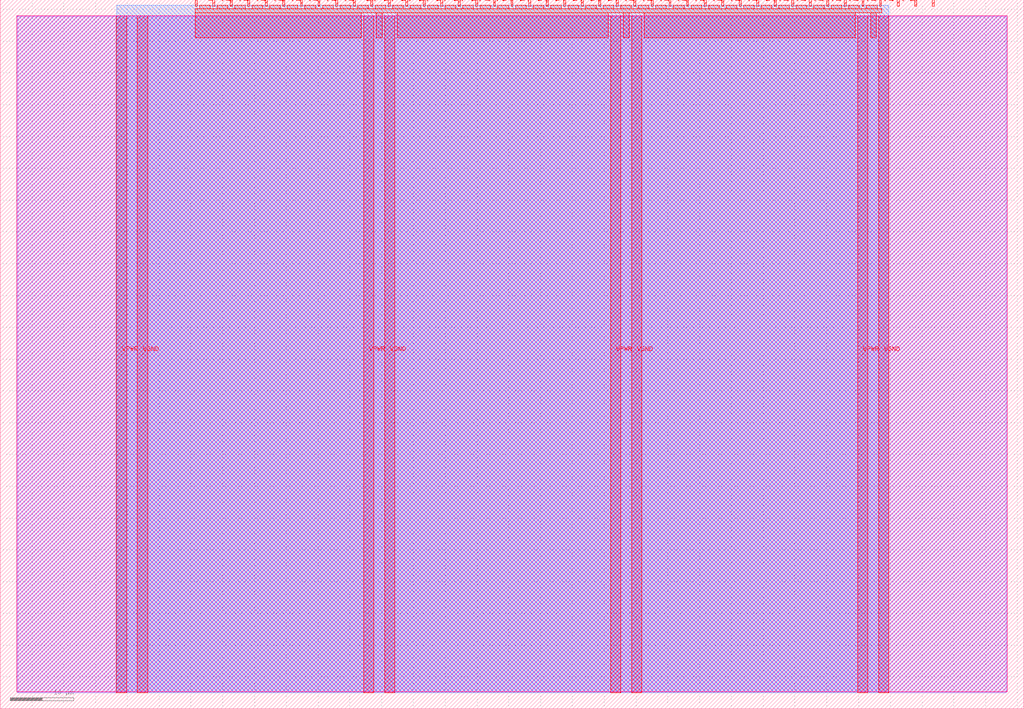
<source format=lef>
VERSION 5.7 ;
  NOWIREEXTENSIONATPIN ON ;
  DIVIDERCHAR "/" ;
  BUSBITCHARS "[]" ;
MACRO tt_um_wokwi_422961309631153153
  CLASS BLOCK ;
  FOREIGN tt_um_wokwi_422961309631153153 ;
  ORIGIN 0.000 0.000 ;
  SIZE 161.000 BY 111.520 ;
  PIN VGND
    DIRECTION INOUT ;
    USE GROUND ;
    PORT
      LAYER met4 ;
        RECT 21.580 2.480 23.180 109.040 ;
    END
    PORT
      LAYER met4 ;
        RECT 60.450 2.480 62.050 109.040 ;
    END
    PORT
      LAYER met4 ;
        RECT 99.320 2.480 100.920 109.040 ;
    END
    PORT
      LAYER met4 ;
        RECT 138.190 2.480 139.790 109.040 ;
    END
  END VGND
  PIN VPWR
    DIRECTION INOUT ;
    USE POWER ;
    PORT
      LAYER met4 ;
        RECT 18.280 2.480 19.880 109.040 ;
    END
    PORT
      LAYER met4 ;
        RECT 57.150 2.480 58.750 109.040 ;
    END
    PORT
      LAYER met4 ;
        RECT 96.020 2.480 97.620 109.040 ;
    END
    PORT
      LAYER met4 ;
        RECT 134.890 2.480 136.490 109.040 ;
    END
  END VPWR
  PIN clk
    DIRECTION INPUT ;
    USE SIGNAL ;
    PORT
      LAYER met4 ;
        RECT 143.830 110.520 144.130 111.520 ;
    END
  END clk
  PIN ena
    DIRECTION INPUT ;
    USE SIGNAL ;
    PORT
      LAYER met4 ;
        RECT 146.590 110.520 146.890 111.520 ;
    END
  END ena
  PIN rst_n
    DIRECTION INPUT ;
    USE SIGNAL ;
    PORT
      LAYER met4 ;
        RECT 141.070 110.520 141.370 111.520 ;
    END
  END rst_n
  PIN ui_in[0]
    DIRECTION INPUT ;
    USE SIGNAL ;
    ANTENNAGATEAREA 0.196500 ;
    PORT
      LAYER met4 ;
        RECT 138.310 110.520 138.610 111.520 ;
    END
  END ui_in[0]
  PIN ui_in[1]
    DIRECTION INPUT ;
    USE SIGNAL ;
    ANTENNAGATEAREA 0.196500 ;
    PORT
      LAYER met4 ;
        RECT 135.550 110.520 135.850 111.520 ;
    END
  END ui_in[1]
  PIN ui_in[2]
    DIRECTION INPUT ;
    USE SIGNAL ;
    ANTENNAGATEAREA 0.196500 ;
    PORT
      LAYER met4 ;
        RECT 132.790 110.520 133.090 111.520 ;
    END
  END ui_in[2]
  PIN ui_in[3]
    DIRECTION INPUT ;
    USE SIGNAL ;
    ANTENNAGATEAREA 0.196500 ;
    PORT
      LAYER met4 ;
        RECT 130.030 110.520 130.330 111.520 ;
    END
  END ui_in[3]
  PIN ui_in[4]
    DIRECTION INPUT ;
    USE SIGNAL ;
    ANTENNAGATEAREA 0.196500 ;
    PORT
      LAYER met4 ;
        RECT 127.270 110.520 127.570 111.520 ;
    END
  END ui_in[4]
  PIN ui_in[5]
    DIRECTION INPUT ;
    USE SIGNAL ;
    ANTENNAGATEAREA 0.196500 ;
    PORT
      LAYER met4 ;
        RECT 124.510 110.520 124.810 111.520 ;
    END
  END ui_in[5]
  PIN ui_in[6]
    DIRECTION INPUT ;
    USE SIGNAL ;
    PORT
      LAYER met4 ;
        RECT 121.750 110.520 122.050 111.520 ;
    END
  END ui_in[6]
  PIN ui_in[7]
    DIRECTION INPUT ;
    USE SIGNAL ;
    ANTENNAGATEAREA 0.196500 ;
    PORT
      LAYER met4 ;
        RECT 118.990 110.520 119.290 111.520 ;
    END
  END ui_in[7]
  PIN uio_in[0]
    DIRECTION INPUT ;
    USE SIGNAL ;
    PORT
      LAYER met4 ;
        RECT 116.230 110.520 116.530 111.520 ;
    END
  END uio_in[0]
  PIN uio_in[1]
    DIRECTION INPUT ;
    USE SIGNAL ;
    PORT
      LAYER met4 ;
        RECT 113.470 110.520 113.770 111.520 ;
    END
  END uio_in[1]
  PIN uio_in[2]
    DIRECTION INPUT ;
    USE SIGNAL ;
    PORT
      LAYER met4 ;
        RECT 110.710 110.520 111.010 111.520 ;
    END
  END uio_in[2]
  PIN uio_in[3]
    DIRECTION INPUT ;
    USE SIGNAL ;
    PORT
      LAYER met4 ;
        RECT 107.950 110.520 108.250 111.520 ;
    END
  END uio_in[3]
  PIN uio_in[4]
    DIRECTION INPUT ;
    USE SIGNAL ;
    PORT
      LAYER met4 ;
        RECT 105.190 110.520 105.490 111.520 ;
    END
  END uio_in[4]
  PIN uio_in[5]
    DIRECTION INPUT ;
    USE SIGNAL ;
    PORT
      LAYER met4 ;
        RECT 102.430 110.520 102.730 111.520 ;
    END
  END uio_in[5]
  PIN uio_in[6]
    DIRECTION INPUT ;
    USE SIGNAL ;
    PORT
      LAYER met4 ;
        RECT 99.670 110.520 99.970 111.520 ;
    END
  END uio_in[6]
  PIN uio_in[7]
    DIRECTION INPUT ;
    USE SIGNAL ;
    PORT
      LAYER met4 ;
        RECT 96.910 110.520 97.210 111.520 ;
    END
  END uio_in[7]
  PIN uio_oe[0]
    DIRECTION OUTPUT ;
    USE SIGNAL ;
    PORT
      LAYER met4 ;
        RECT 49.990 110.520 50.290 111.520 ;
    END
  END uio_oe[0]
  PIN uio_oe[1]
    DIRECTION OUTPUT ;
    USE SIGNAL ;
    PORT
      LAYER met4 ;
        RECT 47.230 110.520 47.530 111.520 ;
    END
  END uio_oe[1]
  PIN uio_oe[2]
    DIRECTION OUTPUT ;
    USE SIGNAL ;
    PORT
      LAYER met4 ;
        RECT 44.470 110.520 44.770 111.520 ;
    END
  END uio_oe[2]
  PIN uio_oe[3]
    DIRECTION OUTPUT ;
    USE SIGNAL ;
    PORT
      LAYER met4 ;
        RECT 41.710 110.520 42.010 111.520 ;
    END
  END uio_oe[3]
  PIN uio_oe[4]
    DIRECTION OUTPUT ;
    USE SIGNAL ;
    PORT
      LAYER met4 ;
        RECT 38.950 110.520 39.250 111.520 ;
    END
  END uio_oe[4]
  PIN uio_oe[5]
    DIRECTION OUTPUT ;
    USE SIGNAL ;
    PORT
      LAYER met4 ;
        RECT 36.190 110.520 36.490 111.520 ;
    END
  END uio_oe[5]
  PIN uio_oe[6]
    DIRECTION OUTPUT ;
    USE SIGNAL ;
    PORT
      LAYER met4 ;
        RECT 33.430 110.520 33.730 111.520 ;
    END
  END uio_oe[6]
  PIN uio_oe[7]
    DIRECTION OUTPUT ;
    USE SIGNAL ;
    PORT
      LAYER met4 ;
        RECT 30.670 110.520 30.970 111.520 ;
    END
  END uio_oe[7]
  PIN uio_out[0]
    DIRECTION OUTPUT ;
    USE SIGNAL ;
    PORT
      LAYER met4 ;
        RECT 72.070 110.520 72.370 111.520 ;
    END
  END uio_out[0]
  PIN uio_out[1]
    DIRECTION OUTPUT ;
    USE SIGNAL ;
    PORT
      LAYER met4 ;
        RECT 69.310 110.520 69.610 111.520 ;
    END
  END uio_out[1]
  PIN uio_out[2]
    DIRECTION OUTPUT ;
    USE SIGNAL ;
    PORT
      LAYER met4 ;
        RECT 66.550 110.520 66.850 111.520 ;
    END
  END uio_out[2]
  PIN uio_out[3]
    DIRECTION OUTPUT ;
    USE SIGNAL ;
    PORT
      LAYER met4 ;
        RECT 63.790 110.520 64.090 111.520 ;
    END
  END uio_out[3]
  PIN uio_out[4]
    DIRECTION OUTPUT ;
    USE SIGNAL ;
    PORT
      LAYER met4 ;
        RECT 61.030 110.520 61.330 111.520 ;
    END
  END uio_out[4]
  PIN uio_out[5]
    DIRECTION OUTPUT ;
    USE SIGNAL ;
    PORT
      LAYER met4 ;
        RECT 58.270 110.520 58.570 111.520 ;
    END
  END uio_out[5]
  PIN uio_out[6]
    DIRECTION OUTPUT ;
    USE SIGNAL ;
    PORT
      LAYER met4 ;
        RECT 55.510 110.520 55.810 111.520 ;
    END
  END uio_out[6]
  PIN uio_out[7]
    DIRECTION OUTPUT ;
    USE SIGNAL ;
    PORT
      LAYER met4 ;
        RECT 52.750 110.520 53.050 111.520 ;
    END
  END uio_out[7]
  PIN uo_out[0]
    DIRECTION OUTPUT ;
    USE SIGNAL ;
    ANTENNADIFFAREA 0.445500 ;
    PORT
      LAYER met4 ;
        RECT 94.150 110.520 94.450 111.520 ;
    END
  END uo_out[0]
  PIN uo_out[1]
    DIRECTION OUTPUT ;
    USE SIGNAL ;
    ANTENNADIFFAREA 0.445500 ;
    PORT
      LAYER met4 ;
        RECT 91.390 110.520 91.690 111.520 ;
    END
  END uo_out[1]
  PIN uo_out[2]
    DIRECTION OUTPUT ;
    USE SIGNAL ;
    ANTENNADIFFAREA 0.445500 ;
    PORT
      LAYER met4 ;
        RECT 88.630 110.520 88.930 111.520 ;
    END
  END uo_out[2]
  PIN uo_out[3]
    DIRECTION OUTPUT ;
    USE SIGNAL ;
    ANTENNADIFFAREA 0.445500 ;
    PORT
      LAYER met4 ;
        RECT 85.870 110.520 86.170 111.520 ;
    END
  END uo_out[3]
  PIN uo_out[4]
    DIRECTION OUTPUT ;
    USE SIGNAL ;
    ANTENNADIFFAREA 0.445500 ;
    PORT
      LAYER met4 ;
        RECT 83.110 110.520 83.410 111.520 ;
    END
  END uo_out[4]
  PIN uo_out[5]
    DIRECTION OUTPUT ;
    USE SIGNAL ;
    ANTENNADIFFAREA 0.445500 ;
    PORT
      LAYER met4 ;
        RECT 80.350 110.520 80.650 111.520 ;
    END
  END uo_out[5]
  PIN uo_out[6]
    DIRECTION OUTPUT ;
    USE SIGNAL ;
    ANTENNADIFFAREA 0.445500 ;
    PORT
      LAYER met4 ;
        RECT 77.590 110.520 77.890 111.520 ;
    END
  END uo_out[6]
  PIN uo_out[7]
    DIRECTION OUTPUT ;
    USE SIGNAL ;
    ANTENNADIFFAREA 0.445500 ;
    PORT
      LAYER met4 ;
        RECT 74.830 110.520 75.130 111.520 ;
    END
  END uo_out[7]
  OBS
      LAYER nwell ;
        RECT 2.570 2.635 158.430 108.990 ;
      LAYER li1 ;
        RECT 2.760 2.635 158.240 108.885 ;
      LAYER met1 ;
        RECT 2.760 2.480 158.240 109.040 ;
      LAYER met2 ;
        RECT 18.310 2.535 139.760 110.685 ;
      LAYER met3 ;
        RECT 18.290 2.555 139.780 110.665 ;
      LAYER met4 ;
        RECT 31.370 110.120 33.030 110.665 ;
        RECT 34.130 110.120 35.790 110.665 ;
        RECT 36.890 110.120 38.550 110.665 ;
        RECT 39.650 110.120 41.310 110.665 ;
        RECT 42.410 110.120 44.070 110.665 ;
        RECT 45.170 110.120 46.830 110.665 ;
        RECT 47.930 110.120 49.590 110.665 ;
        RECT 50.690 110.120 52.350 110.665 ;
        RECT 53.450 110.120 55.110 110.665 ;
        RECT 56.210 110.120 57.870 110.665 ;
        RECT 58.970 110.120 60.630 110.665 ;
        RECT 61.730 110.120 63.390 110.665 ;
        RECT 64.490 110.120 66.150 110.665 ;
        RECT 67.250 110.120 68.910 110.665 ;
        RECT 70.010 110.120 71.670 110.665 ;
        RECT 72.770 110.120 74.430 110.665 ;
        RECT 75.530 110.120 77.190 110.665 ;
        RECT 78.290 110.120 79.950 110.665 ;
        RECT 81.050 110.120 82.710 110.665 ;
        RECT 83.810 110.120 85.470 110.665 ;
        RECT 86.570 110.120 88.230 110.665 ;
        RECT 89.330 110.120 90.990 110.665 ;
        RECT 92.090 110.120 93.750 110.665 ;
        RECT 94.850 110.120 96.510 110.665 ;
        RECT 97.610 110.120 99.270 110.665 ;
        RECT 100.370 110.120 102.030 110.665 ;
        RECT 103.130 110.120 104.790 110.665 ;
        RECT 105.890 110.120 107.550 110.665 ;
        RECT 108.650 110.120 110.310 110.665 ;
        RECT 111.410 110.120 113.070 110.665 ;
        RECT 114.170 110.120 115.830 110.665 ;
        RECT 116.930 110.120 118.590 110.665 ;
        RECT 119.690 110.120 121.350 110.665 ;
        RECT 122.450 110.120 124.110 110.665 ;
        RECT 125.210 110.120 126.870 110.665 ;
        RECT 127.970 110.120 129.630 110.665 ;
        RECT 130.730 110.120 132.390 110.665 ;
        RECT 133.490 110.120 135.150 110.665 ;
        RECT 136.250 110.120 137.910 110.665 ;
        RECT 30.655 109.440 138.625 110.120 ;
        RECT 30.655 105.575 56.750 109.440 ;
        RECT 59.150 105.575 60.050 109.440 ;
        RECT 62.450 105.575 95.620 109.440 ;
        RECT 98.020 105.575 98.920 109.440 ;
        RECT 101.320 105.575 134.490 109.440 ;
        RECT 136.890 105.575 137.790 109.440 ;
  END
END tt_um_wokwi_422961309631153153
END LIBRARY


</source>
